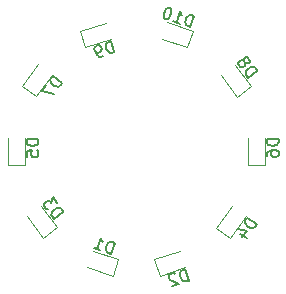
<source format=gbr>
G04 #@! TF.GenerationSoftware,KiCad,Pcbnew,(5.1.4)-1*
G04 #@! TF.CreationDate,2020-05-09T12:02:51-07:00*
G04 #@! TF.ProjectId,Kicad LED Rings_Circular_final,4b696361-6420-44c4-9544-2052696e6773,rev?*
G04 #@! TF.SameCoordinates,Original*
G04 #@! TF.FileFunction,Legend,Bot*
G04 #@! TF.FilePolarity,Positive*
%FSLAX46Y46*%
G04 Gerber Fmt 4.6, Leading zero omitted, Abs format (unit mm)*
G04 Created by KiCad (PCBNEW (5.1.4)-1) date 2020-05-09 12:02:51*
%MOMM*%
%LPD*%
G04 APERTURE LIST*
%ADD10C,0.120000*%
%ADD11C,0.150000*%
G04 APERTURE END LIST*
D10*
X107692814Y-90741666D02*
X105519650Y-90035562D01*
X108147069Y-89343613D02*
X107692814Y-90741666D01*
X105973905Y-88637509D02*
X108147069Y-89343613D01*
X113794796Y-90039664D02*
X111621632Y-90745768D01*
X111621632Y-90745768D02*
X111167377Y-89347715D01*
X111167377Y-89347715D02*
X113340541Y-88641611D01*
X101561238Y-84798603D02*
X102904328Y-86647207D01*
X102904328Y-86647207D02*
X101715073Y-87511251D01*
X101715073Y-87511251D02*
X100371983Y-85662648D01*
X116414512Y-86664987D02*
X117757602Y-84816383D01*
X117603767Y-87529031D02*
X116414512Y-86664987D01*
X118946857Y-85680428D02*
X117603767Y-87529031D01*
X98754260Y-81395840D02*
X98754260Y-79110840D01*
X100224260Y-81395840D02*
X98754260Y-81395840D01*
X100224260Y-79110840D02*
X100224260Y-81395840D01*
X120549340Y-79095700D02*
X120549340Y-81380700D01*
X120549340Y-81380700D02*
X119079340Y-81380700D01*
X119079340Y-81380700D02*
X119079340Y-79095700D01*
X102488995Y-73708530D02*
X101145905Y-75557133D01*
X101145905Y-75557133D02*
X99956650Y-74693089D01*
X99956650Y-74693089D02*
X101299740Y-72844485D01*
X118151413Y-75583411D02*
X116808323Y-73734808D01*
X119340668Y-74719367D02*
X118151413Y-75583411D01*
X117997578Y-72870763D02*
X119340668Y-74719367D01*
X104880877Y-70013235D02*
X107054041Y-69307131D01*
X105335132Y-71411288D02*
X104880877Y-70013235D01*
X107508296Y-70705184D02*
X105335132Y-71411288D01*
X112252785Y-69290329D02*
X114425949Y-69996433D01*
X114425949Y-69996433D02*
X113971694Y-71394486D01*
X113971694Y-71394486D02*
X111798530Y-70688382D01*
D11*
X107511693Y-88882061D02*
X107820710Y-87931005D01*
X107594268Y-87857429D01*
X107443688Y-87858572D01*
X107323681Y-87919719D01*
X107248962Y-87995581D01*
X107144814Y-88162019D01*
X107100668Y-88297885D01*
X107087096Y-88493753D01*
X107102955Y-88599045D01*
X107164101Y-88719052D01*
X107285251Y-88808486D01*
X107511693Y-88882061D01*
X106062464Y-88411178D02*
X106605925Y-88587759D01*
X106334195Y-88499469D02*
X106643212Y-87548412D01*
X106689643Y-87713708D01*
X106750790Y-87833715D01*
X106826652Y-87908433D01*
X114090480Y-91150017D02*
X113781463Y-90198961D01*
X113555021Y-90272536D01*
X113433871Y-90361970D01*
X113372724Y-90481977D01*
X113356866Y-90587269D01*
X113370438Y-90783138D01*
X113414583Y-90919003D01*
X113518732Y-91085441D01*
X113593451Y-91161303D01*
X113713458Y-91222450D01*
X113864038Y-91223593D01*
X114090480Y-91150017D01*
X112905125Y-90583840D02*
X112845122Y-90553266D01*
X112739830Y-90537408D01*
X112513388Y-90610984D01*
X112437526Y-90685702D01*
X112406953Y-90745706D01*
X112391095Y-90850998D01*
X112420525Y-90941574D01*
X112509958Y-91062724D01*
X113230000Y-91429604D01*
X112641251Y-91620900D01*
X102661590Y-85900340D02*
X103470607Y-85312555D01*
X103330658Y-85119932D01*
X103208164Y-85032348D01*
X103075136Y-85011278D01*
X102970097Y-85028733D01*
X102788008Y-85102167D01*
X102672434Y-85186137D01*
X102546326Y-85336620D01*
X102497266Y-85431124D01*
X102476197Y-85564153D01*
X102521641Y-85707717D01*
X102661590Y-85900340D01*
X102938801Y-84580587D02*
X102574934Y-84079767D01*
X102462666Y-84573357D01*
X102378696Y-84457784D01*
X102284192Y-84408724D01*
X102217678Y-84398189D01*
X102112639Y-84415644D01*
X101920016Y-84555593D01*
X101870956Y-84650097D01*
X101860422Y-84716612D01*
X101877876Y-84821651D01*
X102045815Y-85052798D01*
X102140319Y-85101858D01*
X102206834Y-85112393D01*
X119838720Y-86404923D02*
X119029703Y-85817138D01*
X118889754Y-86009761D01*
X118844309Y-86153324D01*
X118865379Y-86286353D01*
X118914438Y-86380857D01*
X119040547Y-86531341D01*
X119156121Y-86615310D01*
X119338209Y-86688745D01*
X119443248Y-86706200D01*
X119576277Y-86685130D01*
X119698771Y-86597546D01*
X119838720Y-86404923D01*
X118459682Y-87168804D02*
X118999027Y-87560661D01*
X118291434Y-86752263D02*
X119009252Y-86979487D01*
X118645385Y-87480307D01*
X101371640Y-79172744D02*
X100371640Y-79172744D01*
X100371640Y-79410840D01*
X100419260Y-79553697D01*
X100514498Y-79648935D01*
X100609736Y-79696554D01*
X100800212Y-79744173D01*
X100943069Y-79744173D01*
X101133545Y-79696554D01*
X101228783Y-79648935D01*
X101324021Y-79553697D01*
X101371640Y-79410840D01*
X101371640Y-79172744D01*
X100371640Y-80648935D02*
X100371640Y-80172744D01*
X100847831Y-80125125D01*
X100800212Y-80172744D01*
X100752593Y-80267982D01*
X100752593Y-80506078D01*
X100800212Y-80601316D01*
X100847831Y-80648935D01*
X100943069Y-80696554D01*
X101181164Y-80696554D01*
X101276402Y-80648935D01*
X101324021Y-80601316D01*
X101371640Y-80506078D01*
X101371640Y-80267982D01*
X101324021Y-80172744D01*
X101276402Y-80125125D01*
X121696720Y-79157604D02*
X120696720Y-79157604D01*
X120696720Y-79395700D01*
X120744340Y-79538557D01*
X120839578Y-79633795D01*
X120934816Y-79681414D01*
X121125292Y-79729033D01*
X121268149Y-79729033D01*
X121458625Y-79681414D01*
X121553863Y-79633795D01*
X121649101Y-79538557D01*
X121696720Y-79395700D01*
X121696720Y-79157604D01*
X120696720Y-80586176D02*
X120696720Y-80395700D01*
X120744340Y-80300461D01*
X120791959Y-80252842D01*
X120934816Y-80157604D01*
X121125292Y-80109985D01*
X121506244Y-80109985D01*
X121601482Y-80157604D01*
X121649101Y-80205223D01*
X121696720Y-80300461D01*
X121696720Y-80490938D01*
X121649101Y-80586176D01*
X121601482Y-80633795D01*
X121506244Y-80681414D01*
X121268149Y-80681414D01*
X121172911Y-80633795D01*
X121125292Y-80586176D01*
X121077673Y-80490938D01*
X121077673Y-80300461D01*
X121125292Y-80205223D01*
X121172911Y-80157604D01*
X121268149Y-80109985D01*
X103380858Y-74433025D02*
X102571841Y-73845240D01*
X102431892Y-74037863D01*
X102386447Y-74181426D01*
X102407517Y-74314455D01*
X102456576Y-74408959D01*
X102582685Y-74559443D01*
X102698259Y-74643412D01*
X102880347Y-74716847D01*
X102985386Y-74734302D01*
X103118415Y-74713232D01*
X103240909Y-74625648D01*
X103380858Y-74433025D01*
X102040035Y-74577207D02*
X101648178Y-75116552D01*
X102709103Y-75357616D01*
X119097930Y-73972500D02*
X119906947Y-73384715D01*
X119766998Y-73192092D01*
X119644504Y-73104508D01*
X119511476Y-73083438D01*
X119406437Y-73100893D01*
X119224348Y-73174327D01*
X119108774Y-73258297D01*
X118982666Y-73408780D01*
X118933606Y-73503284D01*
X118912537Y-73636313D01*
X118957981Y-73779877D01*
X119097930Y-73972500D01*
X118888471Y-72712032D02*
X118982975Y-72761091D01*
X119049490Y-72771626D01*
X119154529Y-72754171D01*
X119193053Y-72726181D01*
X119242113Y-72631677D01*
X119252647Y-72565163D01*
X119235193Y-72460124D01*
X119123233Y-72306025D01*
X119028729Y-72256966D01*
X118962215Y-72246431D01*
X118857176Y-72263886D01*
X118818651Y-72291876D01*
X118769592Y-72386380D01*
X118759057Y-72452894D01*
X118776512Y-72557933D01*
X118888471Y-72712032D01*
X118905926Y-72817071D01*
X118895391Y-72883585D01*
X118846332Y-72978089D01*
X118692233Y-73090048D01*
X118587194Y-73107503D01*
X118520680Y-73096969D01*
X118426176Y-73047909D01*
X118314216Y-72893811D01*
X118296762Y-72788772D01*
X118307296Y-72722257D01*
X118356356Y-72627753D01*
X118510454Y-72515794D01*
X118615493Y-72498339D01*
X118682008Y-72508874D01*
X118776512Y-72557933D01*
X107803980Y-71815537D02*
X107494963Y-70864481D01*
X107268521Y-70938056D01*
X107147371Y-71027490D01*
X107086224Y-71147497D01*
X107070366Y-71252789D01*
X107083938Y-71448658D01*
X107128083Y-71584523D01*
X107232232Y-71750961D01*
X107306951Y-71826823D01*
X107426958Y-71887970D01*
X107577538Y-71889113D01*
X107803980Y-71815537D01*
X106807635Y-72139269D02*
X106626482Y-72198130D01*
X106521190Y-72182272D01*
X106461186Y-72151698D01*
X106326464Y-72045263D01*
X106222315Y-71878825D01*
X106104595Y-71516518D01*
X106120453Y-71411226D01*
X106151026Y-71351222D01*
X106226888Y-71276504D01*
X106408041Y-71217643D01*
X106513333Y-71233501D01*
X106573337Y-71264075D01*
X106648055Y-71339936D01*
X106721631Y-71566378D01*
X106705773Y-71671670D01*
X106675199Y-71731674D01*
X106599338Y-71806392D01*
X106418184Y-71865253D01*
X106312892Y-71849395D01*
X106252889Y-71818821D01*
X106178170Y-71742960D01*
X114243457Y-69682032D02*
X114552474Y-68730976D01*
X114326032Y-68657400D01*
X114175452Y-68658543D01*
X114055445Y-68719690D01*
X113980726Y-68795552D01*
X113876578Y-68961990D01*
X113832432Y-69097855D01*
X113818860Y-69293724D01*
X113834719Y-69399016D01*
X113895865Y-69519023D01*
X114017015Y-69608457D01*
X114243457Y-69682032D01*
X112794228Y-69211149D02*
X113337689Y-69387730D01*
X113065959Y-69299440D02*
X113374976Y-68348383D01*
X113421407Y-68513679D01*
X113482554Y-68633686D01*
X113558416Y-68708404D01*
X112514496Y-68068796D02*
X112423919Y-68039366D01*
X112318627Y-68055225D01*
X112258624Y-68085798D01*
X112183905Y-68161660D01*
X112079757Y-68328098D01*
X112006181Y-68554540D01*
X111992609Y-68750409D01*
X112008467Y-68855701D01*
X112039041Y-68915704D01*
X112114902Y-68990423D01*
X112205479Y-69019853D01*
X112310771Y-69003995D01*
X112370775Y-68973421D01*
X112445493Y-68897560D01*
X112549642Y-68731121D01*
X112623217Y-68504679D01*
X112636789Y-68308810D01*
X112620931Y-68203519D01*
X112590358Y-68143515D01*
X112514496Y-68068796D01*
M02*

</source>
